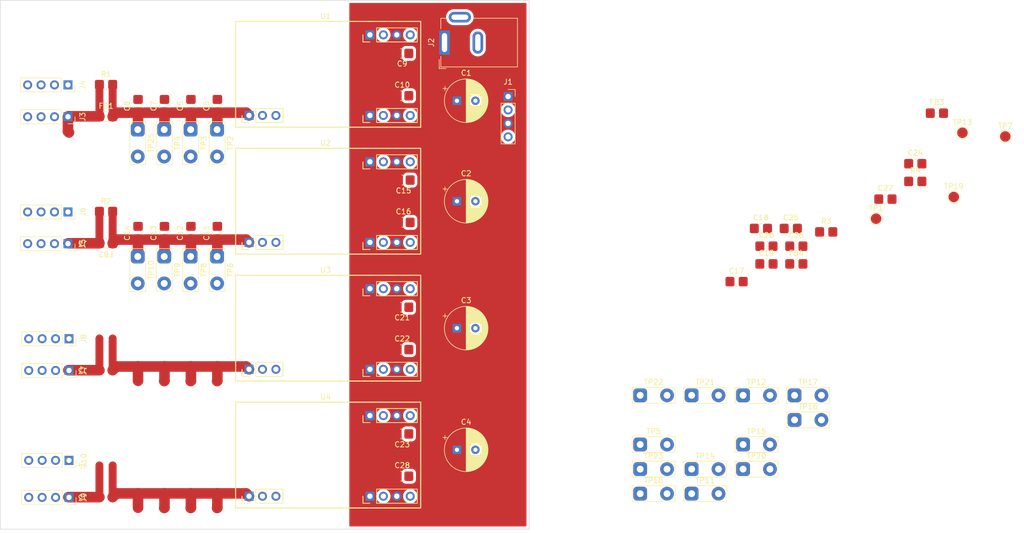
<source format=kicad_pcb>
(kicad_pcb (version 20211014) (generator pcbnew)
  (layers (0 "F.Cu" signal) (1 "In1.Cu" signal) (2 "In2.Cu" signal) (31 "B.Cu" signal) (34 "B.Paste" user) (35 "F.Paste" user) (36 "B.SilkS" user "B.Silkscreen") (37 "F.SilkS" user "F.Silkscreen") (38 "B.Mask" user) (39 "F.Mask" user) (44 "Edge.Cuts" user))
  (net 0 "")
  (net 1 "VBUS")
  (net 2 "GND")
  (net 7 "/VOUT_1")
  (net 8 "/VOUT_2")
  (net 9 "/VOUT_3")
  (net 10 "/VOUT_4")
  (net 11 "Net-(C5-Pad1)")
  (net 12 "Net-(C11-Pad1)")
  (net 13 "Net-(C17-Pad1)")
  (net 14 "Net-(C24-Pad1)")
  (footprint "Bloomer_Library:0805-1206Capacitor" (layer "F.Cu") (at 116.25 91.95)
    (fp_text reference "C16" (at 0 -2 unlocked) (layer "F.SilkS"))
    (fp_text value "C_Small")
    (pad "1" smd roundrect (at -1.25 0.05) (size 1.7 1.8) (layers "F.Cu" "F.Paste" "F.Mask") (roundrect_rratio 0.188679) (net 1 "VBUS"))
    (pad "2" smd roundrect (at 1.25 0.05) (size 1.7 1.8) (layers "F.Cu" "F.Paste" "F.Mask") (roundrect_rratio 0.188679) (net 2 "GND"))
  )
  (footprint "Connector_PinSocket_2.54mm:PinSocket_1x04_P2.54mm_Vertical" (layer "F.Cu") (at 52.8 72.025 -90)
    (fp_text reference "J3" (at 0 -2.77 90) (layer "F.SilkS"))
    (fp_text value "Conn_01x04_Male")
    (pad "1" thru_hole rect (at 0 0 270) (size 1.7 1.7) (drill 1) (layers *.Cu *.Mask) (net 7 "/VOUT_1"))
    (pad "2" thru_hole oval (at 0 2.54 270) (size 1.7 1.7) (drill 1) (layers *.Cu *.Mask) (net 7 "/VOUT_1"))
    (pad "3" thru_hole oval (at 0 5.08 270) (size 1.7 1.7) (drill 1) (layers *.Cu *.Mask) (net 7 "/VOUT_1"))
    (pad "4" thru_hole oval (at 0 7.62 270) (size 1.7 1.7) (drill 1) (layers *.Cu *.Mask) (net 7 "/VOUT_1"))
  )
  (footprint "Connector_PinSocket_2.54mm:PinSocket_1x04_P2.54mm_Vertical" (layer "F.Cu") (at 53 137 -90)
    (fp_text reference "J10" (at 0 -2.77 90) (layer "F.SilkS"))
    (fp_text value "Conn_01x04_Male")
    (pad "1" thru_hole rect (at 0 0 270) (size 1.7 1.7) (drill 1) (layers *.Cu *.Mask) (net 2 "GND"))
    (pad "2" thru_hole oval (at 0 2.54 270) (size 1.7 1.7) (drill 1) (layers *.Cu *.Mask) (net 2 "GND"))
    (pad "3" thru_hole oval (at 0 5.08 270) (size 1.7 1.7) (drill 1) (layers *.Cu *.Mask) (net 2 "GND"))
    (pad "4" thru_hole oval (at 0 7.62 270) (size 1.7 1.7) (drill 1) (layers *.Cu *.Mask) (net 2 "GND"))
  )
  (footprint "Bloomer_Library:0805-1206Capacitor" (layer "F.Cu") (at 76 94 90)
    (fp_text reference "C12" (at 0 -2 90 unlocked) (layer "F.SilkS"))
    (fp_text value "C_Small")
    (pad "1" smd roundrect (at -1.25 0.05 90) (size 1.7 1.8) (layers "F.Cu" "F.Paste" "F.Mask") (roundrect_rratio 0.188679) (net 12 "Net-(C11-Pad1)"))
    (pad "2" smd roundrect (at 1.25 0.05 90) (size 1.7 1.8) (layers "F.Cu" "F.Paste" "F.Mask") (roundrect_rratio 0.188679) (net 2 "GND"))
  )
  (footprint "Bloomer_Library:0805-1206Capacitor" (layer "F.Cu") (at 213.015302 84.2)
    (fp_text reference "R4" (at 0 -2 unlocked) (layer "F.SilkS"))
    (fp_text value "R_Small")
    (pad "1" smd roundrect (at -1.25 0.05) (size 1.7 1.8) (layers "F.Cu" "F.Paste" "F.Mask") (roundrect_rratio 0.188679) (net 14 "Net-(C24-Pad1)"))
    (pad "2" smd roundrect (at 1.25 0.05) (size 1.7 1.8) (layers "F.Cu" "F.Paste" "F.Mask") (roundrect_rratio 0.188679) (net 10 "/VOUT_4"))
  )
  (footprint "Capacitor_THT:CP_Radial_D8.0mm_P3.50mm" (layer "F.Cu") (at 126.347349 88)
    (fp_text reference "C2" (at 1.75 -5.25) (layer "F.SilkS"))
    (fp_text value "C_Polarized_Small")
    (pad "1" thru_hole rect (at 0 0) (size 1.6 1.6) (drill 0.8) (layers *.Cu *.Mask) (net 1 "VBUS"))
    (pad "2" thru_hole circle (at 3.5 0) (size 1.6 1.6) (drill 0.8) (layers *.Cu *.Mask) (net 2 "GND"))
  )
  (footprint "TestPoint:TestPoint_2Pads_Pitch5.08mm_Drill1.3mm" (layer "F.Cu") (at 71 74.46 -90)
    (fp_text reference "TP4" (at 2.54 -2.5 90) (layer "F.SilkS"))
    (fp_text value "TestPoint_2Pole")
    (pad "1" thru_hole roundrect (at 0 0 270) (size 2.6 2.6) (drill 1.3) (layers *.Cu *.Mask) (net 11 "Net-(C5-Pad1)"))
    (pad "2" thru_hole circle (at 5.08 0 270) (size 2.6 2.6) (drill 1.3) (layers *.Cu *.Mask) (net 2 "GND"))
  )
  (footprint "Connector_PinSocket_2.54mm:PinSocket_1x04_P2.54mm_Vertical" (layer "F.Cu") (at 53 114 -90)
    (fp_text reference "J8" (at 0 -2.77 90) (layer "F.SilkS"))
    (fp_text value "Conn_01x04_Male")
    (pad "1" thru_hole rect (at 0 0 270) (size 1.7 1.7) (drill 1) (layers *.Cu *.Mask) (net 2 "GND"))
    (pad "2" thru_hole oval (at 0 2.54 270) (size 1.7 1.7) (drill 1) (layers *.Cu *.Mask) (net 2 "GND"))
    (pad "3" thru_hole oval (at 0 5.08 270) (size 1.7 1.7) (drill 1) (layers *.Cu *.Mask) (net 2 "GND"))
    (pad "4" thru_hole oval (at 0 7.62 270) (size 1.7 1.7) (drill 1) (layers *.Cu *.Mask) (net 2 "GND"))
  )
  (footprint "TestPoint:TestPoint_2Pads_Pitch5.08mm_Drill1.3mm" (layer "F.Cu") (at 170.73 143.3)
    (fp_text reference "TP11" (at 2.54 -2.5) (layer "F.SilkS"))
    (fp_text value "TestPoint_2Pole")
    (pad "1" thru_hole roundrect (at 0 0) (size 2.6 2.6) (drill 1.3) (layers *.Cu *.Mask) (net 8 "/VOUT_2"))
    (pad "2" thru_hole circle (at 5.08 0) (size 2.6 2.6) (drill 1.3) (layers *.Cu *.Mask) (net 2 "GND"))
  )
  (footprint "Bloomer_Library:0805-1206Capacitor" (layer "F.Cu") (at 66 94 90)
    (fp_text reference "C14" (at 0 -2 90 unlocked) (layer "F.SilkS"))
    (fp_text value "C_Small")
    (pad "1" smd roundrect (at -1.25 0.05 90) (size 1.7 1.8) (layers "F.Cu" "F.Paste" "F.Mask") (roundrect_rratio 0.188679) (net 12 "Net-(C11-Pad1)"))
    (pad "2" smd roundrect (at 1.25 0.05 90) (size 1.7 1.8) (layers "F.Cu" "F.Paste" "F.Mask") (roundrect_rratio 0.188679) (net 2 "GND"))
  )
  (footprint "Bloomer_Library:0805-1206Capacitor" (layer "F.Cu") (at 116 139.95)
    (fp_text reference "C28" (at 0 -2 unlocked) (layer "F.SilkS"))
    (fp_text value "C_Small")
    (pad "1" smd roundrect (at -1.25 0.05) (size 1.7 1.8) (layers "F.Cu" "F.Paste" "F.Mask") (roundrect_rratio 0.188679) (net 1 "VBUS"))
    (pad "2" smd roundrect (at 1.25 0.05) (size 1.7 1.8) (layers "F.Cu" "F.Paste" "F.Mask") (roundrect_rratio 0.188679) (net 2 "GND"))
  )
  (footprint "TestPoint:TestPoint_Pad_D2.0mm" (layer "F.Cu") (at 230.035302 75.75)
    (fp_text reference "TP7" (at 0 -1.998) (layer "F.SilkS"))
    (fp_text value "TestPoint")
    (pad "1" smd circle (at 0 0) (size 2 2) (layers "F.Cu" "F.Mask") (net 1 "VBUS"))
  )
  (footprint "Connector_PinSocket_2.54mm:PinSocket_1x04_P2.54mm_Vertical" (layer "F.Cu") (at 52.8 66 -90)
    (fp_text reference "J4" (at 0 -2.77 90) (layer "F.SilkS"))
    (fp_text value "Conn_01x04_Male")
    (pad "1" thru_hole rect (at 0 0 270) (size 1.7 1.7) (drill 1) (layers *.Cu *.Mask) (net 2 "GND"))
    (pad "2" thru_hole oval (at 0 2.54 270) (size 1.7 1.7) (drill 1) (layers *.Cu *.Mask) (net 2 "GND"))
    (pad "3" thru_hole oval (at 0 5.08 270) (size 1.7 1.7) (drill 1) (layers *.Cu *.Mask) (net 2 "GND"))
    (pad "4" thru_hole oval (at 0 7.62 270) (size 1.7 1.7) (drill 1) (layers *.Cu *.Mask) (net 2 "GND"))
  )
  (footprint "Capacitor_THT:CP_Radial_D8.0mm_P3.50mm" (layer "F.Cu") (at 126.347349 112)
    (fp_text reference "C3" (at 1.75 -5.25) (layer "F.SilkS"))
    (fp_text value "C_Polarized_Small")
    (pad "1" thru_hole rect (at 0 0) (size 1.6 1.6) (drill 0.8) (layers *.Cu *.Mask) (net 1 "VBUS"))
    (pad "2" thru_hole circle (at 3.5 0) (size 1.6 1.6) (drill 0.8) (layers *.Cu *.Mask) (net 2 "GND"))
  )
  (footprint "Bloomer_Library:0805-1206Capacitor" (layer "F.Cu") (at 76 70 90)
    (fp_text reference "C6" (at 0 -2 90 unlocked) (layer "F.SilkS"))
    (fp_text value "C_Small")
    (pad "1" smd roundrect (at -1.25 0.05 90) (size 1.7 1.8) (layers "F.Cu" "F.Paste" "F.Mask") (roundrect_rratio 0.188679) (net 11 "Net-(C5-Pad1)"))
    (pad "2" smd roundrect (at 1.25 0.05 90) (size 1.7 1.8) (layers "F.Cu" "F.Paste" "F.Mask") (roundrect_rratio 0.188679) (net 2 "GND"))
  )
  (footprint "Connector_PinSocket_2.54mm:PinSocket_1x04_P2.54mm_Vertical" (layer "F.Cu") (at 52.8 96.025 -90)
    (fp_text reference "J5" (at 0 -2.77 90) (layer "F.SilkS"))
    (fp_text value "Conn_01x04_Male")
    (pad "1" thru_hole rect (at 0 0 270) (size 1.7 1.7) (drill 1) (layers *.Cu *.Mask) (net 8 "/VOUT_2"))
    (pad "2" thru_hole oval (at 0 2.54 270) (size 1.7 1.7) (drill 1) (layers *.Cu *.Mask) (net 8 "/VOUT_2"))
    (pad "3" thru_hole oval (at 0 5.08 270) (size 1.7 1.7) (drill 1) (layers *.Cu *.Mask) (net 8 "/VOUT_2"))
    (pad "4" thru_hole oval (at 0 7.62 270) (size 1.7 1.7) (drill 1) (layers *.Cu *.Mask) (net 8 "/VOUT_2"))
  )
  (footprint "TestPoint:TestPoint_Pad_D2.0mm" (layer "F.Cu") (at 205.605302 91.3)
    (fp_text reference "TP1" (at 0 -1.998) (layer "F.SilkS"))
    (fp_text value "TestPoint")
    (pad "1" smd circle (at 0 0) (size 2 2) (layers "F.Cu" "F.Mask") (net 1 "VBUS"))
  )
  (footprint "Bloomer_Library:0805-1206Capacitor" (layer "F.Cu") (at 116 116)
    (fp_text reference "C22" (at 0 -2 unlocked) (layer "F.SilkS"))
    (fp_text value "C_Small")
    (pad "1" smd roundrect (at -1.25 0.05) (size 1.7 1.8) (layers "F.Cu" "F.Paste" "F.Mask") (roundrect_rratio 0.188679) (net 1 "VBUS"))
    (pad "2" smd roundrect (at 1.25 0.05) (size 1.7 1.8) (layers "F.Cu" "F.Paste" "F.Mask") (roundrect_rratio 0.188679) (net 2 "GND"))
  )
  (footprint "Bloomer_Library:0805-1206Capacitor" (layer "F.Cu") (at 81 70 90)
    (fp_text reference "C5" (at 0 -2 90 unlocked) (layer "F.SilkS"))
    (fp_text value "C_Small")
    (pad "1" smd roundrect (at -1.25 0.05 90) (size 1.7 1.8) (layers "F.Cu" "F.Paste" "F.Mask") (roundrect_rratio 0.188679) (net 11 "Net-(C5-Pad1)"))
    (pad "2" smd roundrect (at 1.25 0.05 90) (size 1.7 1.8) (layers "F.Cu" "F.Paste" "F.Mask") (roundrect_rratio 0.188679) (net 2 "GND"))
  )
  (footprint "Connector_PinSocket_2.54mm:PinSocket_1x04_P2.54mm_Vertical" (layer "F.Cu") (at 136.025 68.2)
    (fp_text reference "J1" (at 0 -2.77) (layer "F.SilkS"))
    (fp_text value "Conn_01x04_Male")
    (pad "1" thru_hole rect (at 0 0) (size 1.7 1.7) (drill 1) (layers *.Cu *.Mask) (net 1 "VBUS"))
    (pad "2" thru_hole oval (at 0 2.54) (size 1.7 1.7) (drill 1) (layers *.Cu *.Mask) (net 2 "GND"))
    (pad "3" thru_hole oval (at 0 5.08) (size 1.7 1.7) (drill 1) (layers *.Cu *.Mask) (net 1 "VBUS"))
    (pad "4" thru_hole oval (at 0 7.62) (size 1.7 1.7) (drill 1) (layers *.Cu *.Mask) (net 2 "GND"))
  )
  (footprint "Bloomer_Library:0805-1206Capacitor" (layer "F.Cu") (at 190.525302 99.8)
    (fp_text reference "FB4" (at 0 -2 unlocked) (layer "F.SilkS"))
    (fp_text value "FerriteBead_Small")
    (pad "1" smd roundrect (at -1.25 0.05) (size 1.7 1.8) (layers "F.Cu" "F.Paste" "F.Mask") (roundrect_rratio 0.188679) (net 14 "Net-(C24-Pad1)"))
    (pad "2" smd roundrect (at 1.25 0.05) (size 1.7 1.8) (layers "F.Cu" "F.Paste" "F.Mask") (roundrect_rratio 0.188679) (net 10 "/VOUT_4"))
  )
  (footprint "TestPoint:TestPoint_2Pads_Pitch5.08mm_Drill1.3mm" (layer "F.Cu") (at 180.46 124.7)
    (fp_text reference "TP12" (at 2.54 -2.5) (layer "F.SilkS"))
    (fp_text value "TestPoint_2Pole")
    (pad "1" thru_hole roundrect (at 0 0) (size 2.6 2.6) (drill 1.3) (layers *.Cu *.Mask) (net 13 "Net-(C17-Pad1)"))
    (pad "2" thru_hole circle (at 5.08 0) (size 2.6 2.6) (drill 1.3) (layers *.Cu *.Mask) (net 2 "GND"))
  )
  (footprint "TestPoint:TestPoint_2Pads_Pitch5.08mm_Drill1.3mm" (layer "F.Cu") (at 66 74.46 -90)
    (fp_text reference "TP25" (at 2.54 -2.5 90) (layer "F.SilkS"))
    (fp_text value "TestPoint_2Pole")
    (pad "1" thru_hole roundrect (at 0 0 270) (size 2.6 2.6) (drill 1.3) (layers *.Cu *.Mask) (net 11 "Net-(C5-Pad1)"))
    (pad "2" thru_hole circle (at 5.08 0 270) (size 2.6 2.6) (drill 1.3) (layers *.Cu *.Mask) (net 2 "GND"))
  )
  (footprint "Capacitor_THT:CP_Radial_D8.0mm_P3.50mm" (layer "F.Cu") (at 126.347349 135)
    (fp_text reference "C4" (at 1.75 -5.25) (layer "F.SilkS"))
    (fp_text value "C_Polarized_Small")
    (pad "1" thru_hole rect (at 0 0) (size 1.6 1.6) (drill 0.8) (layers *.Cu *.Mask) (net 1 "VBUS"))
    (pad "2" thru_hole circle (at 3.5 0) (size 1.6 1.6) (drill 0.8) (layers *.Cu *.Mask) (net 2 "GND"))
  )
  (footprint "TestPoint:TestPoint_2Pads_Pitch5.08mm_Drill1.3mm" (layer "F.Cu") (at 81 98.46 -90)
    (fp_text reference "TP6" (at 2.54 -2.5 90) (layer "F.SilkS"))
    (fp_text value "TestPoint_2Pole")
    (pad "1" thru_hole roundrect (at 0 0 270) (size 2.6 2.6) (drill 1.3) (layers *.Cu *.Mask) (net 12 "Net-(C11-Pad1)"))
    (pad "2" thru_hole circle (at 5.08 0 270) (size 2.6 2.6) (drill 1.3) (layers *.Cu *.Mask) (net 2 "GND"))
  )
  (footprint "Bloomer_Library:0805-1206Capacitor" (layer "F.Cu") (at 116.25 83.95)
    (fp_text reference "C15" (at 0 2.05 unlocked) (layer "F.SilkS"))
    (fp_text value "C_Small")
    (pad "1" smd roundrect (at -1.25 0.05) (size 1.7 1.8) (layers "F.Cu" "F.Paste" "F.Mask") (roundrect_rratio 0.188679) (net 1 "VBUS"))
    (pad "2" smd roundrect (at 1.25 0.05) (size 1.7 1.8) (layers "F.Cu" "F.Paste" "F.Mask") (roundrect_rratio 0.188679) (net 2 "GND"))
  )
  (footprint "Bloomer_Library:TPS5430-REV3" (layer "F.Cu") (at 101.5 110)
    (fp_text reference "U3" (at 0 -9 unlocked) (layer "F.SilkS"))
    (fp_text value "TSP5430-PCB")
    (pad "1" thru_hole oval (at 13.48 -5.46 90) (size 1.7 1.7) (drill 1) (layers *.Cu *.Mask) (net 1 "VBUS"))
    (pad "1" thru_hole rect (at 8.4 -5.46 90) (size 1.7 1.7) (drill 1) (layers *.Cu *.Mask) (net 1 "VBUS"))
    (pad "1" thru_hole rect (at 8.4 9.78 90) (size 1.7 1.7) (drill 1) (layers *.Cu *.Mask) (net 1 "VBUS"))
    (pad "1" thru_hole oval (at 13.48 9.78 90) (size 1.7 1.7) (drill 1) (layers *.Cu *.Mask) (net 1 "VBUS"))
    (pad "2" thru_hole oval (at 10.94 9.78 90) (size 1.7 1.7) (drill 1) (layers *.Cu *.Mask) (net 2 "GND"))
    (pad "2" thru_hole oval (at 16.02 9.78 90) (size 1.7 1.7) (drill 1) (layers *.Cu *.Mask) (net 2 "GND"))
    (pad "2" thru_hole oval (at 10.94 -5.46 90) (size 1.7 1.7) (drill 1) (layers *.Cu *.Mask) (net 2 "GND"))
    (pad "2" thru_hole oval (at 16.02 -5.46 90) (size 1.7 1.7) (drill 1) (layers *.Cu *.Mask) (net 2 "GND"))
    (pad "3" thru_hole rect (at -14.46 9.78 90) (size 1.7 1.7) (drill 1) (layers *.Cu *.Mask) (net 13 "Net-(C17-Pad1)"))
    (pad "4" thru_hole oval (at -11.92 9.78 90) (size 1.7 1.7) (drill 1) (layers *.Cu *.Mask) (net 2 "GND"))
    (pad "5" thru_hole oval (at -9.38 9.78 90) (size 1.7 1.7) (drill 1) (layers *.Cu *.Mask))
  )
  (footprint "Bloomer_Library:TPS5430-REV3" (layer "F.Cu") (at 101.5 134)
    (fp_text reference "U4" (at 0 -9 unlocked) (layer "F.SilkS"))
    (fp_text value "TSP5430-PCB")
    (pad "1" thru_hole oval (at 13.48 9.78 90) (size 1.7 1.7) (drill 1) (layers *.Cu *.Mask) (net 1 "VBUS"))
    (pad "1" thru_hole rect (at 8.4 9.78 90) (size 1.7 1.7) (drill 1) (layers *.Cu *.Mask) (net 1 "VBUS"))
    (pad "1" thru_hole oval (at 13.48 -5.46 90) (size 1.7 1.7) (drill 1) (layers *.Cu *.Mask) (net 1 "VBUS"))
    (pad "1" thru_hole rect (at 8.4 -5.46 90) (size 1.7 1.7) (drill 1) (layers *.Cu *.Mask) (net 1 "VBUS"))
    (pad "2" thru_hole oval (at 16.02 -5.46 90) (size 1.7 1.7) (drill 1) (layers *.Cu *.Mask) (net 2 "GND"))
    (pad "2" thru_hole oval (at 10.94 9.78 90) (size 1.7 1.7) (drill 1) (layers *.Cu *.Mask) (net 2 "GND"))
    (pad "2" thru_hole oval (at 10.94 -5.46 90) (size 1.7 1.7) (drill 1) (layers *.Cu *.Mask) (net 2 "GND"))
    (pad "2" thru_hole oval (at 16.02 9.78 90) (size 1.7 1.7) (drill 1) (layers *.Cu *.Mask) (net 2 "GND"))
    (pad "3" thru_hole rect (at -14.46 9.78 90) (size 1.7 1.7) (drill 1) (layers *.Cu *.Mask) (net 14 "Net-(C24-Pad1)"))
    (pad "4" thru_hole oval (at -11.92 9.78 90) (size 1.7 1.7) (drill 1) (layers *.Cu *.Mask) (net 2 "GND"))
    (pad "5" thru_hole oval (at -9.38 9.78 90) (size 1.7 1.7) (drill 1) (layers *.Cu *.Mask))
  )
  (footprint "Bloomer_Library:0805-1206Capacitor" (layer "F.Cu") (at 71 94 90)
    (fp_text reference "C13" (at 0 -2 90 unlocked) (layer "F.SilkS"))
    (fp_text value "C_Small")
    (pad "1" smd roundrect (at -1.25 0.05 90) (size 1.7 1.8) (layers "F.Cu" "F.Paste" "F.Mask") (roundrect_rratio 0.188679) (net 12 "Net-(C11-Pad1)"))
    (pad "2" smd roundrect (at 1.25 0.05 90) (size 1.7 1.8) (layers "F.Cu" "F.Paste" "F.Mask") (roundrect_rratio 0.188679) (net 2 "GND"))
  )
  (footprint "Connector_PinSocket_2.54mm:PinSocket_1x04_P2.54mm_Vertical" (layer "F.Cu") (at 52.8 90.025 -90)
    (fp_text reference "J6" (at 0 -2.77 90) (layer "F.SilkS"))
    (fp_text value "Conn_01x04_Male")
    (pad "1" thru_hole rect (at 0 0 270) (size 1.7 1.7) (drill 1) (layers *.Cu *.Mask) (net 2 "GND"))
    (pad "2" thru_hole oval (at 0 2.54 270) (size 1.7 1.7) (drill 1) (layers *.Cu *.Mask) (net 2 "GND"))
    (pad "3" thru_hole oval (at 0 5.08 270) (size 1.7 1.7) (drill 1) (layers *.Cu *.Mask) (net 2 "GND"))
    (pad "4" thru_hole oval (at 0 7.62 270) (size 1.7 1.7) (drill 1) (layers *.Cu *.Mask) (net 2 "GND"))
  )
  (footprint "Bloomer_Library:0805-1206Capacitor" (layer "F.Cu") (at 207.365302 87.55)
    (fp_text reference "C27" (at 0 -2 unlocked) (layer "F.SilkS"))
    (fp_text value "C_Small")
    (pad "1" smd roundrect (at -1.25 0.05) (size 1.7 1.8) (layers "F.Cu" "F.Paste" "F.Mask") (roundrect_rratio 0.188679) (net 14 "Net-(C24-Pad1)"))
    (pad "2" smd roundrect (at 1.25 0.05) (size 1.7 1.8) (layers "F.Cu" "F.Paste" "F.Mask") (roundrect_rratio 0.188679) (net 2 "GND"))
  )
  (footprint "TestPoint:TestPoint_2Pads_Pitch5.08mm_Drill1.3mm" (layer "F.Cu") (at 161 124.7)
    (fp_text reference "TP22" (at 2.54 -2.5) (layer "F.SilkS"))
    (fp_text value "TestPoint_2Pole")
    (pad "1" thru_hole roundrect (at 0 0) (size 2.6 2.6) (drill 1.3) (layers *.Cu *.Mask) (net 14 "Net-(C24-Pad1)"))
    (pad "2" thru_hole circle (at 5.08 0) (size 2.6 2.6) (drill 1.3) (layers *.Cu *.Mask) (net 2 "GND"))
  )
  (footprint "TestPoint:TestPoint_2Pads_Pitch5.08mm_Drill1.3mm" (layer "F.Cu") (at 76 98.46 -90)
    (fp_text reference "TP8" (at 2.54 -2.5 90) (layer "F.SilkS"))
    (fp_text value "TestPoint_2Pole")
    (pad "1" thru_hole roundrect (at 0 0 270) (size 2.6 2.6) (drill 1.3) (layers *.Cu *.Mask) (net 12 "Net-(C11-Pad1)"))
    (pad "2" thru_hole circle (at 5.08 0 270) (size 2.6 2.6) (drill 1.3) (layers *.Cu *.Mask) (net 2 "GND"))
  )
  (footprint "Bloomer_Library:0805-1206Capacitor" (layer "F.Cu") (at 183.825302 93.1)
    (fp_text reference "C18" (at 0 -2 unlocked) (layer "F.SilkS"))
    (fp_text value "C_Small")
    (pad "1" smd roundrect (at -1.25 0.05) (size 1.7 1.8) (layers "F.Cu" "F.Paste" "F.Mask") (roundrect_rratio 0.188679) (net 13 "Net-(C17-Pad1)"))
    (pad "2" smd roundrect (at 1.25 0.05) (size 1.7 1.8) (layers "F.Cu" "F.Paste" "F.Mask") (roundrect_rratio 0.188679) (net 2 "GND"))
  )
  (footprint "TestPoint:TestPoint_2Pads_Pitch5.08mm_Drill1.3mm" (layer "F.Cu") (at 161 134)
    (fp_text reference "TP5" (at 2.54 -2.5) (layer "F.SilkS"))
    (fp_text value "TestPoint_2Pole")
    (pad "1" thru_hole roundrect (at 0 0) (size 2.6 2.6) (drill 1.3) (layers *.Cu *.Mask) (net 7 "/VOUT_1"))
    (pad "2" thru_hole circle (at 5.08 0) (size 2.6 2.6) (drill 1.3) (layers *.Cu *.Mask) (net 2 "GND"))
  )
  (footprint "TestPoint:TestPoint_2Pads_Pitch5.08mm_Drill1.3mm" (layer "F.Cu") (at 76 74.46 -90)
    (fp_text reference "TP3" (at 2.54 -2.5 90) (layer "F.SilkS"))
    (fp_text value "TestPoint_2Pole")
    (pad "1" thru_hole roundrect (at 0 0 270) (size 2.6 2.6) (drill 1.3) (layers *.Cu *.Mask) (net 11 "Net-(C5-Pad1)"))
    (pad "2" thru_hole circle (at 5.08 0 270) (size 2.6 2.6) (drill 1.3) (layers *.Cu *.Mask) (net 2 "GND"))
  )
  (footprint "Capacitor_THT:CP_Radial_D8.0mm_P3.50mm" (layer "F.Cu") (at 126.347349 69)
    (fp_text reference "C1" (at 1.75 -5.25) (layer "F.SilkS"))
    (fp_text value "C_Polarized_Small")
    (pad "1" thru_hole rect (at 0 0) (size 1.6 1.6) (drill 0.8) (layers *.Cu *.Mask) (net 1 "VBUS"))
    (pad "2" thru_hole circle (at 3.5 0) (size 1.6 1.6) (drill 0.8) (layers *.Cu *.Mask) (net 2 "GND"))
  )
  (footprint "Connector_PinSocket_2.54mm:PinSocket_1x04_P2.54mm_Vertical" (layer "F.Cu") (at 53 120 -90)
    (fp_text reference "J7" (at 0 -2.77 90) (layer "F.SilkS"))
    (fp_text value "Conn_01x04_Male")
    (pad "1" thru_hole rect (at 0 0 270) (size 1.7 1.7) (drill 1) (layers *.Cu *.Mask) (net 9 "/VOUT_3"))
    (pad "2" thru_hole oval (at 0 2.54 270) (size 1.7 1.7) (drill 1) (layers *.Cu *.Mask) (net 9 "/VOUT_3"))
    (pad "3" thru_hole oval (at 0 5.08 270) (size 1.7 1.7) (drill 1) (layers *.Cu *.Mask) (net 9 "/VOUT_3"))
    (pad "4" thru_hole oval (at 0 7.62 270) (size 1.7 1.7) (drill 1) (layers *.Cu *.Mask) (net 9 "/VOUT_3"))
  )
  (footprint "Bloomer_Library:0805-1206Capacitor" (layer "F.Cu") (at 60 72 180)
    (fp_text reference "FB1" (at 0 2 unlocked) (layer "F.SilkS"))
    (fp_text value "FerriteBead_Small")
    (pad "1" smd roundrect (at -1.25 0.05 180) (size 1.7 1.8) (layers "F.Cu" "F.Paste" "F.Mask") (roundrect_rratio 0.188679) (net 11 "Net-(C5-Pad1)"))
    (pad "2" smd roundrect (at 1.25 0.05 180) (size 1.7 1.8) (layers "F.Cu" "F.Paste" "F.Mask") (roundrect_rratio 0.188679) (net 7 "/VOUT_1"))
  )
  (footprint "Bloomer_Library:0805-1206Capacitor" (layer "F.Cu") (at 190.525302 96.45)
    (fp_text reference "C26" (at 0 -2 unlocked) (layer "F.SilkS"))
    (fp_text value "C_Small")
    (pad "1" smd roundrect (at -1.25 0.05) (size 1.7 1.8) (layers "F.Cu" "F.Paste" "F.Mask") (roundrect_rratio 0.188679) (net 14 "Net-(C24-Pad1)"))
    (pad "2" smd roundrect (at 1.25 0.05) (size 1.7 1.8) (layers "F.Cu" "F.Paste" "F.Mask") (roundrect_rratio 0.188679) (net 2 "GND"))
  )
  (footprint "Bloomer_Library:0805-1206Capacitor" (layer "F.Cu") (at 217.105302 71.3)
    (fp_text reference "FB3" (at 0 -2 unlocked) (layer "F.SilkS"))
    (fp_text value "FerriteBead_Small")
    (pad "1" smd roundrect (at -1.25 0.05) (size 1.7 1.8) (layers "F.Cu" "F.Paste" "F.Mask") (roundrect_rratio 0.188679) (net 13 "Net-(C17-Pad1)"))
    (pad "2" smd roundrect (at 1.25 0.05) (size 1.7 1.8) (layers "F.Cu" "F.Paste" "F.Mask") (roundrect_rratio 0.188679) (net 9 "/VOUT_3"))
  )
  (footprint "Bloomer_Library:0805-1206Capacitor" (layer "F.Cu") (at 196.175302 93.75)
    (fp_text reference "R3" (at 0 -2 unlocked) (layer "F.SilkS"))
    (fp_text value "R_Small")
    (pad "1" smd roundrect (at -1.25 0.05) (size 1.7 1.8) (layers "F.Cu" "F.Paste" "F.Mask") (roundrect_rratio 0.188679) (net 13 "Net-(C17-Pad1)"))
    (pad "2" smd roundrect (at 1.25 0.05) (size 1.7 1.8) (layers "F.Cu" "F.Paste" "F.Mask") (roundrect_rratio 0.188679) (net 9 "/VOUT_3"))
  )
  (footprint "Bloomer_Library:0805-1206Capacitor" (layer "F.Cu") (at 184.875302 96.45)
    (fp_text reference "C20" (at 0 -2 unlocked) (layer "F.SilkS"))
    (fp_text value "C_Small")
    (pad "1" smd roundrect (at -1.25 0.05) (size 1.7 1.8) (layers "F.Cu" "F.Paste" "F.Mask") (roundrect_rratio 0.188679) (net 13 "Net-(C17-Pad1)"))
    (pad "2" smd roundrect (at 1.25 0.05) (size 1.7 1.8) (layers "F.Cu" "F.Paste" "F.Mask") (roundrect_rratio 0.188679) (net 2 "GND"))
  )
  (footprint "Bloomer_Library:0805-1206Capacitor" (layer "F.Cu") (at 213.015302 80.85)
    (fp_text reference "C24" (at 0 -2 unlocked) (layer "F.SilkS"))
    (fp_text value "C_Small")
    (pad "1" smd roundrect (at -1.25 0.05) (size 1.7 1.8) (layers "F.Cu" "F.Paste" "F.Mask") (roundrect_rratio 0.188679) (net 14 "Net-(C24-Pad1)"))
    (pad "2" smd roundrect (at 1.25 0.05) (size 1.7 1.8) (layers "F.Cu" "F.Paste" "F.Mask") (roundrect_rratio 0.188679) (net 2 "GND"))
  )
  (footprint "Bloomer_Library:TPS5430-REV3" (layer "F.Cu") (at 101.5 86)
    (fp_text reference "U2" (at 0 -9 unlocked) (layer "F.SilkS"))
    (fp_text value "TSP5430-PCB")
    (pad "1" thru_hole rect (at 8.4 9.78 90) (size 1.7 1.7) (drill 1) (layers *.Cu *.Mask) (net 1 "VBUS"))
    (pad "1" thru_hole oval (at 13.48 -5.46 90) (size 1.7 1.7) (drill 1) (layers *.Cu *.Mask) (net 1 "VBUS"))
    (pad "1" thru_hole oval (at 13.48 9.78 90) (size 1.7 1.7) (drill 1) (layers *.Cu *.Mask) (net 1 "VBUS"))
    (pad "1" thru_hole rect (at 8.4 -5.46 90) (size 1.7 1.7) (drill 1) (layers *.Cu *.Mask) (net 1 "VBUS"))
    (pad "2" thru_hole oval (at 10.94 9.78 90) (size 1.7 1.7) (drill 1) (layers *.Cu *.Mask) (net 2 "GND"))
    (pad "2" thru_hole oval (at 16.02 -5.46 90) (size 1.7 1.7) (drill 1) (layers *.Cu *.Mask) (net 2 "GND"))
    (pad "2" thru_hole oval (at 16.02 9.78 90) (size 1.7 1.7) (drill 1) (layers *.Cu *.Mask) (net 2 "GND"))
    (pad "2" thru_hole oval (at 10.94 -5.46 90) (size 1.7 1.7) (drill 1) (layers *.Cu *.Mask) (net 2 "GND"))
    (pad "3" thru_hole rect (at -14.46 9.78 90) (size 1.7 1.7) (drill 1) (layers *.Cu *.Mask) (net 12 "Net-(C11-Pad1)"))
    (pad "4" thru_hole oval (at -11.92 9.78 90) (size 1.7 1.7) (drill 1) (layers *.Cu *.Mask) (net 2 "GND"))
    (pad "5" thru_hole oval (at -9.38 9.78 90) (size 1.7 1.7) (drill 1) (layers *.Cu *.Mask))
  )
  (footprint "Bloomer_Library:0805-1206Capacitor" (layer "F.Cu") (at 60 66 180)
    (fp_text reference "R1" (at 0 2 unlocked) (layer "F.SilkS"))
    (fp_text value "R_Small")
    (pad "1" smd roundrect (at -1.25 0.05 180) (size 1.7 1.8) (layers "F.Cu" "F.Paste" "F.Mask") (roundrect_rratio 0.188679) (net 11 "Net-(C5-Pad1)"))
    (pad "2" smd roundrect (at 1.25 0.05 180) (size 1.7 1.8) (layers "F.Cu" "F.Paste" "F.Mask") (roundrect_rratio 0.188679) (net 7 "/VOUT_1"))
  )
  (footprint "TestPoint:TestPoint_2Pads_Pitch5.08mm_Drill1.3mm" (layer "F.Cu") (at 180.46 138.65)
    (fp_text reference "TP20" (at 2.54 -2.5) (layer "F.SilkS"))
    (fp_text value "TestPoint_2Pole")
    (pad "1" thru_hole roundrect (at 0 0) (size 2.6 2.6) (drill 1.3) (layers *.Cu *.Mask) (net 14 "Net-(C24-Pad1)"))
    (pad "2" thru_hole circle (at 5.08 0) (size 2.6 2.6) (drill 1.3) (layers *.Cu *.Mask) (net 2 "GND"))
  )
  (footprint "Bloomer_Library:0805-1206Capacitor" (layer "F.Cu") (at 184.875302 99.8)
    (fp_text reference "C19" (at 0 -2 unlocked) (layer "F.SilkS"))
    (fp_text value "C_Small")
    (pad "1" smd roundrect (at -1.25 0.05) (size 1.7 1.8) (layers "F.Cu" "F.Paste" "F.Mask") (roundrect_rratio 0.188679) (net 13 "Net-(C17-Pad1)"))
    (pad "2" smd roundrect (at 1.25 0.05) (size 1.7 1.8) (layers "F.Cu" "F.Paste" "F.Mask") (roundrect_rratio 0.188679) (net 2 "GND"))
  )
  (footprint "TestPoint:TestPoint_Pad_D2.0mm" (layer "F.Cu") (at 220.295302 87.2)
    (fp_text reference "TP19" (at 0 -1.998) (layer "F.SilkS"))
    (fp_text value "TestPoint")
    (pad "1" smd circle (at 0 0) (size 2 2) (layers "F.Cu" "F.Mask") (net 1 "VBUS"))
  )
  (footprint "Bloomer_Library:0805-1206Capacitor" (layer "F.Cu") (at 116 68)
    (fp_text reference "C10" (at 0 -2 unlocked) (layer "F.SilkS"))
    (fp_text value "C_Small")
    (pad "1" smd roundrect (at -1.25 0.05) (size 1.7 1.8) (layers "F.Cu" "F.Paste" "F.Mask") (roundrect_rratio 0.188679) (net 1 "VBUS"))
    (pad "2" smd roundrect (at 1.25 0.05) (size 1.7 1.8) (layers "F.Cu" "F.Paste" "F.Mask") (roundrect_rratio 0.188679) (net 2 "GND"))
  )
  (footprint "TestPoint:TestPoint_2Pads_Pitch5.08mm_Drill1.3mm" (layer "F.Cu") (at 66 98.46 -90)
    (fp_text reference "TP10" (at 2.54 -2.5 90) (layer "F.SilkS"))
    (fp_text value "TestPoint_2Pole")
    (pad "1" thru_hole roundrect (at 0 0 270) (size 2.6 2.6) (drill 1.3) (layers *.Cu *.Mask) (net 12 "Net-(C11-Pad1)"))
    (pad "2" thru_hole circle (at 5.08 0 270) (size 2.6 2.6) (drill 1.3) (layers *.Cu *.Mask) (net 2 "GND"))
  )
  (footprint "Bloomer_Library:0805-1206Capacitor" (layer "F.Cu") (at 116 60)
    (fp_text reference "C9" (at 0 2 unlocked) (layer "F.SilkS"))
    (fp_text value "C_Small")
    (pad "1" smd roundrect (at -1.25 0.05) (size 1.7 1.8) (layers "F.Cu" "F.Paste" "F.Mask") (roundrect_rratio 0.188679) (net 1 "VBUS"))
    (pad "2" smd roundrect (at 1.25 0.05) (size 1.7 1.8) (layers "F.Cu" "F.Paste" "F.Mask") (roundrect_rratio 0.188679) (net 2 "GND"))
  )
  (footprint "Bloomer_Library:0805-1206Capacitor" (layer "F.Cu") (at 66 70 90)
    (fp_text reference "C8" (at 0 -2 90 unlocked) (layer "F.SilkS"))
    (fp_text value "C_Small")
    (pad "1" smd roundrect (at -1.25 0.05 90) (size 1.7 1.8) (layers "F.Cu" "F.Paste" "F.Mask") (roundrect_rratio 0.188679) (net 11 "Net-(C5-Pad1)"))
    (pad "2" smd roundrect (at 1.25 0.05 90) (size 1.7 1.8) (layers "F.Cu" "F.Paste" "F.Mask") (roundrect_rratio 0.188679) (net 2 "GND"))
  )
  (footprint "TestPoint:TestPoint_2Pads_Pitch5.08mm_Drill1.3mm" (layer "F.Cu") (at 81 74.46 -90)
    (fp_text reference "TP2" (at 2.54 -2.5 90) (layer "F.SilkS"))
    (fp_text value "TestPoint_2Pole")
    (pad "1" thru_hole roundrect (at 0 0 270) (size 2.6 2.6) (drill 1.3) (layers *.Cu *.Mask) (net 11 "Net-(C5-Pad1)"))
    (pad "2" thru_hole circle (at 5.08 0 270) (size 2.6 2.6) (drill 1.3) (layers *.Cu *.Mask) (net 2 "GND"))
  )
  (footprint "TestPoint:TestPoint_2Pads_Pitch5.08mm_Drill1.3mm" (layer "F.Cu") (at 170.73 124.7)
    (fp_text reference "TP21" (at 2.54 -2.5) (layer "F.SilkS"))
    (fp_text value "TestPoint_2Pole")
    (pad "1" thru_hole roundrect (at 0 0) (size 2.6 2.6) (drill 1.3) (layers *.Cu *.Mask) (net 14 "Net-(C24-Pad1)"))
    (pad "2" thru_hole circle (at 5.08 0) (size 2.6 2.6) (drill 1.3) (layers *.Cu *.Mask) (net 2 "GND"))
  )
  (footprint "Bloomer_Library:0805-1206Capacitor" (layer "F.Cu") (at 81 94 90)
    (fp_text reference "C11" (at 0 -2 90 unlocked) (layer "F.SilkS"))
    (fp_text value "C_Small")
    (pad "1" smd roundrect (at -1.25 0.05 90) (size 1.7 1.8) (layers "F.Cu" "F.Paste" "F.Mask") (roundrect_rratio 0.188679) (net 12 "Net-(C11-Pad1)"))
    (pad "2" smd roundrect (at 1.25 0.05 90) (size 1.7 1.8) (layers "F.Cu" "F.Paste" "F.Mask") (roundrect_rratio 0.188679) (net 2 "GND"))
  )
  (footprint "TestPoint:TestPoint_2Pads_Pitch5.08mm_Drill1.3mm" (layer "F.Cu") (at 170.73 138.65)
    (fp_text reference "TP14" (at 2.54 -2.5) (layer "F.SilkS"))
    (fp_text value "TestPoint_2Pole")
    (pad "1" thru_hole roundrect (at 0 0) (size 2.6 2.6) (drill 1.3) (layers *.Cu *.Mask) (net 13 "Net-(C17-Pad1)"))
    (pad "2" thru_hole circle (at 5.08 0) (size 2.6 2.6) (drill 1.3) (layers *.Cu *.Mask) (net 2 "GND"))
  )
  (footprint "Bloomer_Library:0805-1206Capacitor" (layer "F.Cu") (at 60 90 180)
    (fp_text reference "R2" (at 0 2 unlocked) (layer "F.SilkS"))
    (fp_text value "R_Small")
    (pad "1" smd roundrect (at -1.25 0.05 180) (size 1.7 1.8) (layers "F.Cu" "F.Paste" "F.Mask") (roundrect_rratio 0.188679) (net 12 "Net-(C11-Pad1)"))
    (pad "2" smd roundrect (at 1.25 0.05 180) (size 1.7 1.8) (layers "F.Cu" "F.Paste" "F.Mask") (roundrect_rratio 0.188679) (net 8 "/VOUT_2"))
  )
  (footprint "Connector_BarrelJack:BarrelJack_GCT_DCJ200-10-A_Horizontal" (layer "F.Cu") (at 124 58 90)
    (fp_text reference "J2" (at 0 -2.5 90) (layer "F.SilkS"))
    (fp_text value "Barrel_Jack_Switch")
    (pad "1" thru_hole rect (at 0 0 90) (size 4.6 2) (drill oval 3.6 1) (layers *.Cu *.Mask) (net 1 "VBUS"))
    (pad "2" thru_hole oval (at 0 6.3 90) (size 4.2 2) (drill oval 3.2 1) (layers *.Cu *.Mask) (net 2 "GND"))
    (pad "3" thru_hole oval (at 4.8 2.9 90) (size 2 4.2) (drill oval 1 3.2) (layers *.Cu *.Mask) (net 2 "GND"))
  )
  (footprint "TestPoint:TestPoint_2Pads_Pitch5.08mm_Drill1.3mm" (layer "F.Cu") (at 190.19 124.7)
    (fp_text reference "TP17" (at 2.54 -2.5) (layer "F.SilkS"))
    (fp_text value "TestPoint_2Pole")
    (pad "1" thru_hole roundrect (at 0 0) (size 2.6 2.6) (drill 1.3) (layers *.Cu *.Mask) (net 9 "/VOUT_3"))
    (pad "2" thru_hole circle (at 5.08 0) (size 2.6 2.6) (drill 1.3) (layers *.Cu *.Mask) (net 2 "GND"))
  )
  (footprint "Connector_PinSocket_2.54mm:PinSocket_1x04_P2.54mm_Vertical" (layer "F.Cu") (at 53 144 -90)
    (fp_text reference "J9" (at 0 -2.77 90) (layer "F.SilkS"))
    (fp_text value "Conn_01x04_Male")
    (pad "1" thru_hole rect (at 0 0 270) (size 1.7 1.7) (drill 1) (layers *.Cu *.Mask) (net 10 "/VOUT_4"))
    (pad "2" thru_hole oval (at 0 2.54 270) (size 1.7 1.7) (drill 1) (layers *.Cu *.Mask) (net 10 "/VOUT_4"))
    (pad "3" thru_hole oval (at 0 5.08 270) (size 1.7 1.7) (drill 1) (layers *.Cu *.Mask) (net 10 "/VOUT_4"))
    (pad "4" thru_hole oval (at 0 7.62 270) (size 1.7 1.7) (drill 1) (layers *.Cu *.Mask) (net 10 "/VOUT_4"))
  )
  (footprint "Bloomer_Library:TPS5430-REV3" (layer "F.Cu") (at 101.5 62)
    (fp_text reference "U1" (at 0 -9 unlocked) (layer "F.SilkS"))
    (fp_text value "TSP5430-PCB")
    (pad "1" thru_hole oval (at 13.48 9.78 90) (size 1.7 1.7) (drill 1) (layers *.Cu *.Mask) (net 1 "VBUS"))
    (pad "1" thru_hole rect (at 8.4 9.78 90) (size 1.7 1.7) (drill 1) (layers *.Cu *.Mask) (net 1 "VBUS"))
    (pad "1" thru_hole rect (at 8.4 -5.46 90) (size 1.7 1.7) (drill 1) (layers *.Cu *.Mask) (net 1 "VBUS"))
    (pad "1" thru_hole oval (at 13.48 -5.46 90) (size 1.7 1.7) (drill 1) (layers *.Cu *.Mask) (net 1 "VBUS"))
    (pad "2" thru_hole oval (at 16.02 9.78 90) (size 1.7 1.7) (drill 1) (layers *.Cu *.Mask) (net 2 "GND"))
    (pad "2" thru_hole oval (at 10.94 9.78 90) (size 1.7 1.7) (drill 1) (layers *.Cu *.Mask) (net 2 "GND"))
    (pad "2" thru_hole oval (at 16.02 -5.46 90) (size 1.7 1.7) (drill 1) (layers *.Cu *.Mask) (net 2 "GND"))
    (pad "2" thru_hole oval (at 10.94 -5.46 90) (size 1.7 1.7) (drill 1) (layers *.Cu *.Mask) (net 2 "GND"))
    (pad "3" thru_hole rect (at -14.46 9.78 90) (size 1.7 1.7) (drill 1) (layers *.Cu *.Mask) (net 11 "Net-(C5-Pad1)"))
    (pad "4" thru_hole oval (at -11.92 9.78 90) (size 1.7 1.7) (drill 1) (layers *.Cu *.Mask) (net 2 "GND"))
    (pad "5" thru_hole oval (at -9.38 9.78 90) (size 1.7 1.7) (drill 1) (layers *.Cu *.Mask))
  )
  (footprint "TestPoint:TestPoint_2Pads_Pitch5.08mm_Drill1.3mm" (layer "F.Cu") (at 161 138.65)
    (fp_text reference "TP23" (at 2.54 -2.5) (layer "F.SilkS"))
    (fp_text value "TestPoint_2Pole")
    (pad "1" thru_hole roundrect (at 0 0) (size 2.6 2.6) (drill 1.3) (layers *.Cu *.Mask) (net 10 "/VOUT_4"))
    (pad "2" thru_hole circle (at 5.08 0) (size 2.6 2.6) (drill 1.3) (layers *.Cu *.Mask) (net 2 "GND"))
  )
  (footprint "Bloomer_Library:0805-1206Capacitor" (layer "F.Cu") (at 60 96 180)
    (fp_text reference "FB2" (at 0 -2 180 unlocked) (layer "F.SilkS"))
    (fp_text value "FerriteBead_Small")
    (pad "1" smd roundrect (at -1.25 0.05 180) (size 1.7 1.8) (layers "F.Cu" "F.Paste" "F.Mask") (roundrect_rratio 0.188679) (net 12 "Net-(C11-Pad1)"))
    (pad "2" smd roundrect (at 1.25 0.05 180) (size 1.7 1.8) (layers "F.Cu" "F.Paste" "F.Mask") (roundrect_rratio 0.188679) (net 8 "/VOUT_2"))
  )
  (footprint "TestPoint:TestPoint_2Pads_Pitch5.08mm_Drill1.3mm" (layer "F.Cu") (at 161 143.3)
    (fp_text reference "TP18" (at 2.54 -2.5) (layer "F.SilkS"))
    (fp_text value "TestPoint_2Pole")
    (pad "1" thru_hole roundrect (at 0 0) (size 2.6 2.6) (drill 1.3) (layers *.Cu *.Mask) (net 14 "Net-(C24-Pad1)"))
    (pad "2" thru_hole circle (at 5.08 0) (size 2.6 2.6) (drill 1.3) (layers *.Cu *.Mask) (net 2 "GND"))
  )
  (footprint "Bloomer_Library:0805-1206Capacitor" (layer "F.Cu") (at 116 108)
    (fp_text reference "C21" (at 0 2 unlocked) (layer "F.SilkS"))
    (fp_text value "C_Small")
    (pad "1" smd roundrect (at -1.25 0.05) (size 1.7 1.8) (layers "F.Cu" "F.Paste" "F.Mask") (roundrect_rratio 0.188679) (net 1 "VBUS"))
    (pad "2" smd roundrect (at 1.25 0.05) (size 1.7 1.8) (layers "F.Cu" "F.Paste" "F.Mask") (roundrect_rratio 0.188679) (net 2 "GND"))
  )
  (footprint "TestPoint:TestPoint_2Pads_Pitch5.08mm_Drill1.3mm" (layer "F.Cu") (at 190.19 129.35)
    (fp_text reference "TP16" (at 2.54 -2.5) (layer "F.SilkS"))
    (fp_text value "TestPoint_2Pole")
    (pad "1" thru_hole roundrect (at 0 0) (size 2.6 2.6) (drill 1.3) (layers *.Cu *.Mask) (net 13 "Net-(C17-Pad1)"))
    (pad "2" thru_hole circle (at 5.08 0) (size 2.6 2.6) (drill 1.3) (layers *.Cu *.Mask) (net 2 "GND"))
  )
  (footprint "TestPoint:TestPoint_2Pads_Pitch5.08mm_Drill1.3mm" (layer "F.Cu") (at 180.46 134)
    (fp_text reference "TP15" (at 2.54 -2.5) (layer "F.SilkS"))
    (fp_text value "TestPoint_2Pole")
    (pad "1" thru_hole roundrect (at 0 0) (size 2.6 2.6) (drill 1.3) (layers *.Cu *.Mask) (net 13 "Net-(C17-Pad1)"))
    (pad "2" thru_hole circle (at 5.08 0) (size 2.6 2.6) (drill 1.3) (layers *.Cu *.Mask) (net 2 "GND"))
  )
  (footprint "TestPoint:TestPoint_Pad_D2.0mm" (layer "F.Cu") (at 221.935302 75.05)
    (fp_text reference "TP13" (at 0 -1.998) (layer "F.SilkS"))
    (fp_text value "TestPoint")
    (pad "1" smd circle (at 0 0) (size 2 2) (layers "F.Cu" "F.Mask") (net 1 "VBUS"))
  )
  (footprint "Bloomer_Library:0805-1206Capacitor" (layer "F.Cu") (at 116 131.95)
    (fp_text reference "C23" (at 0 2.05 unlocked) (layer "F.SilkS"))
    (fp_text value "C_Small")
    (pad "1" smd roundrect (at -1.25 0.05) (size 1.7 1.8) (layers "F.Cu" "F.Paste" "F.Mask") (roundrect_rratio 0.188679) (net 1 "VBUS"))
    (pad "2" smd roundrect (at 1.25 0.05) (size 1.7 1.8) (layers "F.Cu" "F.Paste" "F.Mask") (roundrect_rratio 0.188679) (net 2 "GND"))
  )
  (footprint "Bloomer_Library:0805-1206Capacitor" (layer "F.Cu") (at 179.225302 103.15)
    (fp_text reference "C17" (at 0 -2 unlocked) (layer "F.SilkS"))
    (fp_text value "C_Small")
    (pad "1" smd roundrect (at -1.25 0.05) (size 1.7 1.8) (layers "F.Cu" "F.Paste" "F.Mask") (roundrect_rratio 0.188679) (net 13 "Net-(C17-Pad1)"))
    (pad "2" smd roundrect (at 1.25 0.05) (size 1.7 1.8) (layers "F.Cu" "F.Paste" "F.Mask") (roundrect_rratio 0.188679) (net 2 "GND"))
  )
  (footprint "Bloomer_Library:0805-1206Capacitor" (layer "F.Cu") (at 71 70 90)
    (fp_text reference "C7" (at 0 -2 90 unlocked) (layer "F.SilkS"))
    (fp_text value "C_Small")
    (pad "1" smd roundrect (at -1.25 0.05 90) (size 1.7 1.8) (layers "F.Cu" "F.Paste" "F.Mask") (roundrect_rratio 0.188679) (net 11 "Net-(C5-Pad1)"))
    (pad "2" smd roundrect (at 1.25 0.05 90) (size 1.7 1.8) (layers "F.Cu" "F.Paste" "F.Mask") (roundrect_rratio 0.188679) (net 2 "GND"))
  )
  (footprint "TestPoint:TestPoint_2Pads_Pitch5.08mm_Drill1.3mm" (layer "F.Cu") (at 71 98.46 -90)
    (fp_text reference "TP9" (at 2.54 -2.5 90) (layer "F.SilkS"))
    (fp_text value "TestPoint_2Pole")
    (pad "1" thru_hole roundrect (at 0 0 270) (size 2.6 2.6) (drill 1.3) (layers *.Cu *.Mask) (net 12 "Net-(C11-Pad1)"))
    (pad "2" thru_hole circle (at 5.08 0 270) (size 2.6 2.6) (drill 1.3) (layers *.Cu *.Mask) (net 2 "GND"))
  )
  (footprint "Bloomer_Library:0805-1206Capacitor" (layer "F.Cu") (at 189.475302 93.1)
    (fp_text reference "C25" (at 0 -2 unlocked) (layer "F.SilkS"))
    (fp_text value "C_Small")
    (pad "1" smd roundrect (at -1.25 0.05) (size 1.7 1.8) (layers "F.Cu" "F.Paste" "F.Mask") (roundrect_rratio 0.188679) (net 14 "Net-(C24-Pad1)"))
    (pad "2" smd roundrect (at 1.25 0.05) (size 1.7 1.8) (layers "F.Cu" "F.Paste" "F.Mask") (roundrect_rratio 0.188679) (net 2 "GND"))
  )
  (gr_rect (start 40 50) (end 140 150) (layer "Edge.Cuts") (width 0.1) (fill none))
  (gr_text "J3" (at 55.57 120.025 180) (layer "F.SilkS") (effects (font (size 1 1))))
  (gr_text "J4" (at 55.57 138 180) (layer "F.SilkS") (effects (font (size 1 1))))
  (gr_text "J3" (at 55.57 96.025 180) (layer "F.SilkS") (effects (font (size 1 1))))
  (gr_text "J3" (at 55.57 144.025 180) (layer "F.SilkS") (effects (font (size 1 1))))
  (segment (start 58.75 71.95) (end 52.875 71.95) (width 2) (layer "F.Cu") (net 7))
  (segment (start 52.875 71.95) (end 52.8 72.025) (width 2) (layer "F.Cu") (net 7))
  (segment (start 52.8 74.8) (end 53 75) (width 2) (layer "F.Cu") (net 7))
  (segment (start 52.8 72.025) (end 52.8 74.8) (width 2) (layer "F.Cu") (net 7))
  (segment (start 58.75 65.95) (end 58.75 71.95) (width 1.5) (layer "F.Cu") (net 7))
  (segment (start 58.75 89.95) (end 58.75 95.95) (width 1.5) (layer "F.Cu") (net 8))
  (segment (start 58.75 95.95) (end 52.875 95.95) (width 2) (layer "F.Cu") (net 8))
  (segment (start 58.75 119.95) (end 52.875 119.95) (width 2) (layer "F.Cu") (net 9))
  (segment (start 58.75 113.95) (end 58.75 119.95) (width 1.5) (layer "F.Cu") (net 9))
  (segment (start 58.75 143.95) (end 52.875 143.95) (width 2) (layer "F.Cu") (net 10))
  (segment (start 58.75 137.95) (end 58.75 143.95) (width 1.5) (layer "F.Cu") (net 10))
  (segment (start 81.05 73.95) (end 81 74) (width 2) (layer "F.Cu") (net 11))
  (segment (start 71.05 71.25) (end 66.05 71.25) (width 2) (layer "F.Cu") (net 11))
  (segment (start 66.05 71.25) (end 61.95 71.25) (width 2) (layer "F.Cu") (net 11))
  (segment (start 61.25 71.95) (end 61.25 65.95) (width 1.5) (layer "F.Cu") (net 11))
  (segment (start 76.05 71.25) (end 71.05 71.25) (width 2) (layer "F.Cu") (net 11))
  (segment (start 71.05 71.25) (end 71.05 73.95) (width 2) (layer "F.Cu") (net 11))
  (segment (start 81.05 71.25) (end 76.05 71.25) (width 2) (layer "F.Cu") (net 11))
  (segment (start 76.05 73.95) (end 76 74) (width 2) (layer "F.Cu") (net 11))
  (segment (start 81.05 71.25) (end 86.51 71.25) (width 2) (layer "F.Cu") (net 11))
  (segment (start 86.51 71.25) (end 87.04 71.78) (width 2) (layer "F.Cu") (net 11))
  (segment (start 71.05 73.95) (end 71 74) (width 2) (layer "F.Cu") (net 11))
  (segment (start 66.05 71.25) (end 66.05 73.95) (width 2) (layer "F.Cu") (net 11))
  (segment (start 61.95 71.25) (end 61.25 71.95) (width 2) (layer "F.Cu") (net 11))
  (segment (start 76.05 71.25) (end 76.05 73.95) (width 2) (layer "F.Cu") (net 11))
  (segment (start 81.05 71.25) (end 81.05 73.95) (width 2) (layer "F.Cu") (net 11))
  (segment (start 66.05 95.25) (end 66.05 97.95) (width 2) (layer "F.Cu") (net 12))
  (segment (start 66.05 95.25) (end 61.95 95.25) (width 2) (layer "F.Cu") (net 12))
  (segment (start 71.05 95.25) (end 66.05 95.25) (width 2) (layer "F.Cu") (net 12))
  (segment (start 76.05 95.25) (end 71.05 95.25) (width 2) (layer "F.Cu") (net 12))
  (segment (start 81.05 97.95) (end 81 98) (width 2) (layer "F.Cu") (net 12))
  (segment (start 76.05 97.95) (end 76 98) (width 2) (layer "F.Cu") (net 12))
  (segment (start 86.51 95.25) (end 87.04 95.78) (width 2) (layer "F.Cu") (net 12))
  (segment (start 71.05 97.95) (end 71 98) (width 2) (layer "F.Cu") (net 12))
  (segment (start 61.95 95.25) (end 61.25 95.95) (width 2) (layer "F.Cu") (net 12))
  (segment (start 81.05 95.25) (end 81.05 97.95) (width 2) (layer "F.Cu") (net 12))
  (segment (start 71.05 95.25) (end 71.05 97.95) (width 2) (layer "F.Cu") (net 12))
  (segment (start 76.05 95.25) (end 76.05 97.95) (width 2) (layer "F.Cu") (net 12))
  (segment (start 81.05 95.25) (end 76.05 95.25) (width 2) (layer "F.Cu") (net 12))
  (segment (start 81.05 95.25) (end 86.51 95.25) (width 2) (layer "F.Cu") (net 12))
  (segment (start 61.25 95.95) (end 61.25 89.95) (width 1.5) (layer "F.Cu") (net 12))
  (segment (start 61.95 119.25) (end 61.25 119.95) (width 2) (layer "F.Cu") (net 13))
  (segment (start 86.51 119.25) (end 87.04 119.78) (width 2) (layer "F.Cu") (net 13))
  (segment (start 71.05 121.95) (end 71 122) (width 2) (layer "F.Cu") (net 13))
  (segment (start 81.05 119.25) (end 76.05 119.25) (width 2) (layer "F.Cu") (net 13))
  (segment (start 76.05 119.25) (end 76.05 121.95) (width 2) (layer "F.Cu") (net 13))
  (segment (start 76.05 119.25) (end 71.05 119.25) (width 2) (layer "F.Cu") (net 13))
  (segment (start 81.05 121.95) (end 81 122) (width 2) (layer "F.Cu") (net 13))
  (segment (start 76.05 121.95) (end 76 122) (width 2) (layer "F.Cu") (net 13))
  (segment (start 61.25 119.95) (end 61.25 113.95) (width 1.5) (layer "F.Cu") (net 13))
  (segment (start 71.05 119.25) (end 66.05 119.25) (width 2) (layer "F.Cu") (net 13))
  (segment (start 81.05 119.25) (end 81.05 121.95) (width 2) (layer "F.Cu") (net 13))
  (segment (start 81.05 119.25) (end 86.51 119.25) (width 2) (layer "F.Cu") (net 13))
  (segment (start 66.05 119.25) (end 61.95 119.25) (width 2) (layer "F.Cu") (net 13))
  (segment (start 66.05 119.25) (end 66.05 121.95) (width 2) (layer "F.Cu") (net 13))
  (segment (start 71.05 119.25) (end 71.05 121.95) (width 2) (layer "F.Cu") (net 13))
  (segment (start 86.51 143.25) (end 87.04 143.78) (width 2) (layer "F.Cu") (net 14))
  (segment (start 76.05 143.25) (end 71.05 143.25) (width 2) (layer "F.Cu") (net 14))
  (segment (start 76.05 143.25) (end 76.05 145.95) (width 2) (layer "F.Cu") (net 14))
  (segment (start 81.05 143.25) (end 81.05 145.95) (width 2) (layer "F.Cu") (net 14))
  (segment (start 71.05 143.25) (end 71.05 145.95) (width 2) (layer "F.Cu") (net 14))
  (segment (start 71.05 143.25) (end 66.05 143.25) (width 2) (layer "F.Cu") (net 14))
  (segment (start 61.95 143.25) (end 61.25 143.95) (width 2) (layer "F.Cu") (net 14))
  (segment (start 81.05 143.25) (end 76.05 143.25) (width 2) (layer "F.Cu") (net 14))
  (segment (start 81.05 143.25) (end 86.51 143.25) (width 2) (layer "F.Cu") (net 14))
  (segment (start 66.05 143.25) (end 61.95 143.25) (width 2) (layer "F.Cu") (net 14))
  (segment (start 71.05 145.95) (end 71 146) (width 2) (layer "F.Cu") (net 14))
  (segment (start 66.05 143.25) (end 66.05 145.95) (width 2) (layer "F.Cu") (net 14))
  (segment (start 81.05 145.95) (end 81 146) (width 2) (layer "F.Cu") (net 14))
  (segment (start 76.05 145.95) (end 76 146) (width 2) (layer "F.Cu") (net 14))
  (segment (start 61.25 143.95) (end 61.25 137.95) (width 1.5) (layer "F.Cu") (net 14))
  (zone (net 1) (net_name "VBUS") (layer "F.Cu") (connect_pads yes (clearance 0.508)) (min_thickness 0.254) (fill yes (thermal_gap 0.508) (thermal_bridge_width 0.508))
    (polygon (pts (xy 140 150) (xy 106 150) (xy 106 50) (xy 140 50)))
  )
)
</source>
